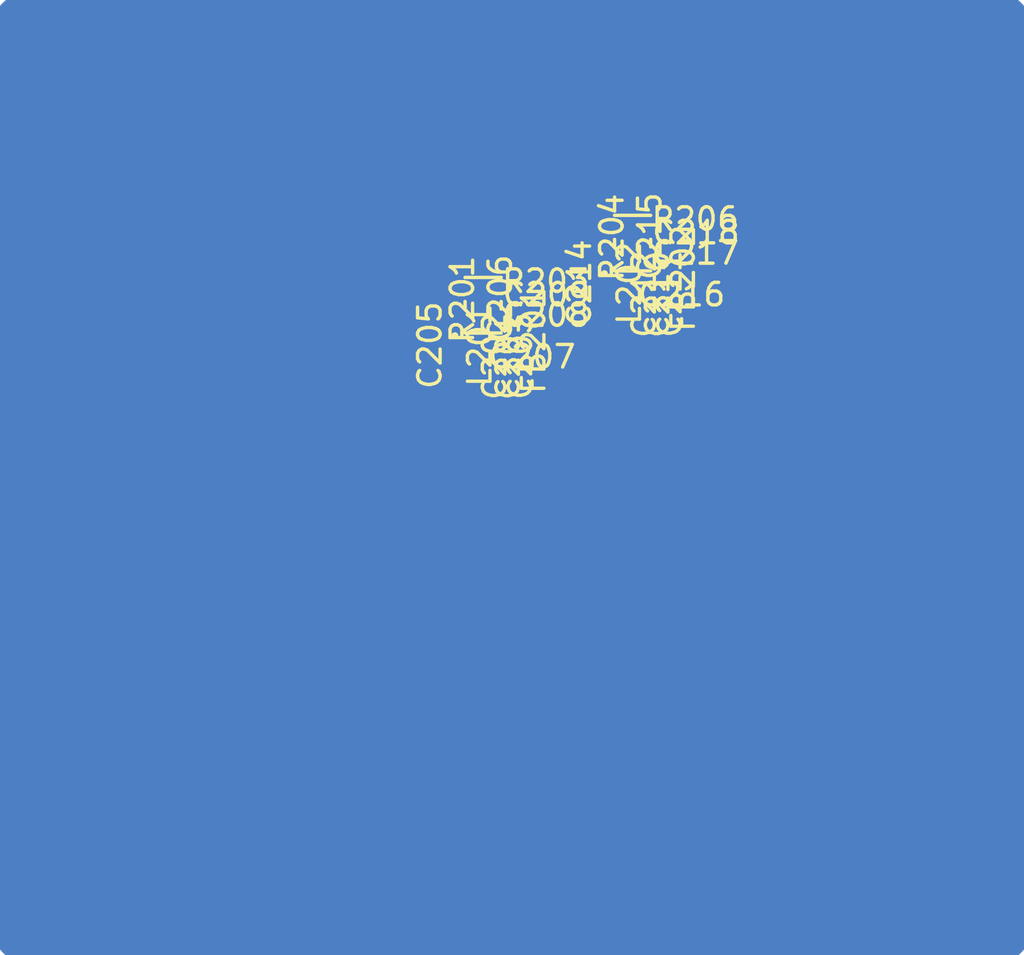
<source format=kicad_pcb>
(kicad_pcb (version 20241229) (generator "pcbnew") (generator_version "9.0")
  (layers (0 "F.Cu" signal) (4 "In1.Cu" signal) (6 "In2.Cu" signal) (2 "B.Cu" signal) (13 "F.Paste" user) (15 "B.Paste" user) (5 "F.SilkS" user "F.Silkscreen") (7 "B.SilkS" user "B.Silkscreen") (1 "F.Mask" user) (3 "B.Mask" user) (25 "Edge.Cuts" user))
  (net 0 "")
  (net 1 "GND")
  (net 2 "Ch_1_In")
  (net 3 "Ch_1_Out")
  (net 4 "Net-(U201-B)")
  (net 5 "Net-(U201-C)")
  (net 6 "/Amplifier/1_1V")
  (net 7 "/Amplifier/1_1V_filtered")
  (net 8 "/Amplifier2/1_1V_filtered")
  (net 9 "Ch_2_In")
  (net 10 "Net-(U202-B)")
  (net 11 "Net-(U202-C)")
  (net 12 "Ch_2_Out")
  (net 13 "/Amplifier2/1_1V")
  (footprint "Inductor_SMD:L_0402_1005Metric" (layer "F.Cu") (at 97.293 59.7326 90)
    (property "Reference" "L201" (at 0 -1.17 90) (layer "F.SilkS"))
    (property "Value" "560 nH")
    (pad "1" smd roundrect (at -0.485 0 90) (size 0.59 0.64) (layers "F.Cu" "F.Mask" "F.Paste") (net 7 "/Amplifier/1_1V_filtered"))
    (pad "2" smd roundrect (at 0.485 0 90) (size 0.59 0.64) (layers "F.Cu" "F.Mask" "F.Paste") (net 5 "Net-(U201-C)"))
  )
  (footprint "Resistor_SMD:R_0201_0603Metric" (layer "F.Cu") (at 99.053 57.9426)
    (property "Reference" "R203" (at 0 -1.05 0) (layer "F.SilkS"))
    (property "Value" "150")
    (pad "1" smd roundrect (at -0.32 0) (size 0.46 0.4) (layers "F.Cu" "F.Mask") (net 3 "Ch_1_Out"))
    (pad "2" smd roundrect (at 0.32 0) (size 0.46 0.4) (layers "F.Cu" "F.Mask") (net 6 "/Amplifier/1_1V"))
  )
  (footprint "Capacitor_SMD:C_0201_0603Metric" (layer "F.Cu") (at 94.303 59.0526 -90)
    (property "Reference" "C204" (hide yes))
    (property "Value" "10n" (hide yes))
    (pad "1" smd roundrect (at -0.32 0 270) (size 0.46 0.4) (layers "F.Cu" "F.Mask") (net 2 "Ch_1_In"))
    (pad "2" smd roundrect (at 0.32 0 270) (size 0.46 0.4) (layers "F.Cu" "F.Mask") (net 4 "Net-(U201-B)"))
  )
  (footprint "Capacitor_SMD:C_0201_0603Metric" (layer "F.Cu") (at 105.06 57.475 90)
    (property "Reference" "C210" (at 0 -1.05 90) (layer "F.SilkS"))
    (property "Value" "4.7n")
    (pad "1" smd roundrect (at -0.32 0 90) (size 0.46 0.4) (layers "F.Cu" "F.Mask") (net 1 "GND"))
    (pad "2" smd roundrect (at 0.32 0 90) (size 0.46 0.4) (layers "F.Cu" "F.Mask") (net 8 "/Amplifier2/1_1V_filtered"))
  )
  (footprint "Capacitor_SMD:C_0201_0603Metric" (layer "F.Cu") (at 98.083 57.6526 90)
    (property "Reference" "C206" (at 0 -1.05 90) (layer "F.SilkS"))
    (property "Value" "2.7p")
    (pad "1" smd roundrect (at -0.32 0 90) (size 0.46 0.4) (layers "F.Cu" "F.Mask") (net 5 "Net-(U201-C)"))
    (pad "2" smd roundrect (at 0.32 0 90) (size 0.46 0.4) (layers "F.Cu" "F.Mask") (net 1 "GND"))
  )
  (footprint "Capacitor_SMD:C_0201_0603Metric" (layer "F.Cu") (at 104.71 54.9 90)
    (property "Reference" "C215" (at 0 -1.05 90) (layer "F.SilkS"))
    (property "Value" "2.7p")
    (pad "1" smd roundrect (at -0.32 0 90) (size 0.46 0.4) (layers "F.Cu" "F.Mask") (net 11 "Net-(U202-C)"))
    (pad "2" smd roundrect (at 0.32 0 90) (size 0.46 0.4) (layers "F.Cu" "F.Mask") (net 1 "GND"))
  )
  (footprint "Capacitor_SMD:C_0201_0603Metric" (layer "F.Cu") (at 98.443 59.1926 180)
    (property "Reference" "C207" (at 0 -1.05 0) (layer "F.SilkS"))
    (property "Value" "10n")
    (pad "1" smd roundrect (at -0.32 0 180) (size 0.46 0.4) (layers "F.Cu" "F.Mask") (net 3 "Ch_1_Out"))
    (pad "2" smd roundrect (at 0.32 0 180) (size 0.46 0.4) (layers "F.Cu" "F.Mask") (net 5 "Net-(U201-C)"))
  )
  (footprint "Capacitor_SMD:C_0201_0603Metric" (layer "F.Cu") (at 99.053 57.3426 180)
    (property "Reference" "C208" (at 0 -1.05 180) (layer "F.SilkS"))
    (property "Value" "1p")
    (pad "1" smd roundrect (at -0.32 0 180) (size 0.46 0.4) (layers "F.Cu" "F.Mask") (net 6 "/Amplifier/1_1V"))
    (pad "2" smd roundrect (at 0.32 0 180) (size 0.46 0.4) (layers "F.Cu" "F.Mask") (net 1 "GND"))
  )
  (footprint "FARICH_Amplifier_Library:SOT343F_NXP" (layer "F.Cu") (at 102.901 55.207401)
    (property "Reference" "U202" (hide yes))
    (property "Value" "~" (hide yes))
    (fp_line (start -0.8001 -0.164859) (end -0.8001 0.164859) (stroke (width 0.1524)) (layer "F.SilkS"))
    (fp_line (start -0.8001 1.2319) (end 0.8001 1.2319) (stroke (width 0.1524)) (layer "F.SilkS"))
    (fp_line (start 0.8001 -1.2319) (end -0.8001 -1.2319) (stroke (width 0.1524)) (layer "F.SilkS"))
    (fp_line (start 0.8001 0.164859) (end 0.8001 -0.164859) (stroke (width 0.1524)) (layer "F.SilkS"))
    (fp_circle (center -1.25 1.35) (end -1.1738 1.35) (stroke (width 0.1524)) (fill no) (layer "F.SilkS"))
    (pad "1" smd rect (at -1.016 0.497599) (size 0.7874 0.6096) (layers "F.Cu" "F.Mask" "F.Paste") (net 1 "GND"))
    (pad "2" smd rect (at -1.016 -0.649999) (size 0.7874 0.3048) (layers "F.Cu" "F.Mask" "F.Paste") (net 10 "Net-(U202-B)"))
    (pad "3" smd rect (at 1.016 -0.649999) (size 0.7874 0.3048) (layers "F.Cu" "F.Mask" "F.Paste") (net 1 "GND"))
    (pad "4" smd rect (at 1.016 0.649999) (size 0.7874 0.3048) (layers "F.Cu" "F.Mask" "F.Paste") (net 11 "Net-(U202-C)"))
  )
  (footprint "Inductor_SMD:L_0402_1005Metric" (layer "F.Cu") (at 103.92 56.98 90)
    (property "Reference" "L202" (at 0 -1.17 90) (layer "F.SilkS"))
    (property "Value" "560 nH")
    (pad "1" smd roundrect (at -0.485 0 90) (size 0.59 0.64) (layers "F.Cu" "F.Mask" "F.Paste") (net 8 "/Amplifier2/1_1V_filtered"))
    (pad "2" smd roundrect (at 0.485 0 90) (size 0.59 0.64) (layers "F.Cu" "F.Mask" "F.Paste") (net 11 "Net-(U202-C)"))
  )
  (footprint "Resistor_SMD:R_0201_0603Metric" (layer "F.Cu") (at 94.303 57.7026 -90)
    (property "Reference" "R201" (at 0 -1.05 90) (layer "F.SilkS"))
    (property "Value" "150")
    (pad "1" smd roundrect (at -0.32 0 270) (size 0.46 0.4) (layers "F.Cu" "F.Mask") (net 1 "GND"))
    (pad "2" smd roundrect (at 0.32 0 270) (size 0.46 0.4) (layers "F.Cu" "F.Mask") (net 2 "Ch_1_In"))
  )
  (footprint "Capacitor_SMD:C_0201_0603Metric" (layer "F.Cu") (at 100.93 56.3 -90)
    (property "Reference" "C213" (hide yes))
    (property "Value" "10n" (hide yes))
    (pad "1" smd roundrect (at -0.32 0 270) (size 0.46 0.4) (layers "F.Cu" "F.Mask") (net 9 "Ch_2_In"))
    (pad "2" smd roundrect (at 0.32 0 270) (size 0.46 0.4) (layers "F.Cu" "F.Mask") (net 10 "Net-(U202-B)"))
  )
  (footprint "Capacitor_SMD:C_0201_0603Metric" (layer "F.Cu") (at 104.46 57.47 90)
    (property "Reference" "C212" (at 0 -1.05 90) (layer "F.SilkS"))
    (property "Value" "4.7n")
    (pad "1" smd roundrect (at -0.32 0 90) (size 0.46 0.4) (layers "F.Cu" "F.Mask") (net 1 "GND"))
    (pad "2" smd roundrect (at 0.32 0 90) (size 0.46 0.4) (layers "F.Cu" "F.Mask") (net 8 "/Amplifier2/1_1V_filtered"))
  )
  (footprint "FARICH_Amplifier_Library:SOT343F_NXP" (layer "F.Cu") (at 96.274 57.960001)
    (property "Reference" "U201" (hide yes))
    (property "Value" "~" (hide yes))
    (fp_line (start -0.8001 -0.164859) (end -0.8001 0.164859) (stroke (width 0.1524)) (layer "F.SilkS"))
    (fp_line (start -0.8001 1.2319) (end 0.8001 1.2319) (stroke (width 0.1524)) (layer "F.SilkS"))
    (fp_line (start 0.8001 -1.2319) (end -0.8001 -1.2319) (stroke (width 0.1524)) (layer "F.SilkS"))
    (fp_line (start 0.8001 0.164859) (end 0.8001 -0.164859) (stroke (width 0.1524)) (layer "F.SilkS"))
    (fp_circle (center -1.25 1.35) (end -1.1738 1.35) (stroke (width 0.1524)) (fill no) (layer "F.SilkS"))
    (pad "1" smd rect (at -1.016 0.497599) (size 0.7874 0.6096) (layers "F.Cu" "F.Mask" "F.Paste") (net 1 "GND"))
    (pad "2" smd rect (at -1.016 -0.649999) (size 0.7874 0.3048) (layers "F.Cu" "F.Mask" "F.Paste") (net 4 "Net-(U201-B)"))
    (pad "3" smd rect (at 1.016 -0.649999) (size 0.7874 0.3048) (layers "F.Cu" "F.Mask" "F.Paste") (net 1 "GND"))
    (pad "4" smd rect (at 1.016 0.649999) (size 0.7874 0.3048) (layers "F.Cu" "F.Mask" "F.Paste") (net 5 "Net-(U201-C)"))
  )
  (footprint "Resistor_SMD:R_0201_0603Metric" (layer "F.Cu") (at 100.93 54.95 -90)
    (property "Reference" "R204" (at 0 -1.05 90) (layer "F.SilkS"))
    (property "Value" "150")
    (pad "1" smd roundrect (at -0.32 0 270) (size 0.46 0.4) (layers "F.Cu" "F.Mask") (net 1 "GND"))
    (pad "2" smd roundrect (at 0.32 0 270) (size 0.46 0.4) (layers "F.Cu" "F.Mask") (net 9 "Ch_2_In"))
  )
  (footprint "Capacitor_SMD:C_0201_0603Metric" (layer "F.Cu") (at 105.71 55.79)
    (property "Reference" "C218" (at 0 -1.05 0) (layer "F.SilkS"))
    (property "Value" "1p")
    (pad "1" smd roundrect (at -0.32 0) (size 0.46 0.4) (layers "F.Cu" "F.Mask") (net 12 "Ch_2_Out"))
    (pad "2" smd roundrect (at 0.32 0) (size 0.46 0.4) (layers "F.Cu" "F.Mask") (net 13 "/Amplifier2/1_1V"))
  )
  (footprint "Capacitor_SMD:C_0201_0603Metric" (layer "F.Cu") (at 105.6 57.46 90)
    (property "Reference" "C211" (at 0 -1.05 90) (layer "F.SilkS"))
    (property "Value" "100n")
    (pad "1" smd roundrect (at -0.32 0 90) (size 0.46 0.4) (layers "F.Cu" "F.Mask") (net 1 "GND"))
    (pad "2" smd roundrect (at 0.32 0 90) (size 0.46 0.4) (layers "F.Cu" "F.Mask") (net 8 "/Amplifier2/1_1V_filtered"))
  )
  (footprint "Resistor_SMD:R_0201_0603Metric" (layer "F.Cu") (at 105.68 55.19)
    (property "Reference" "R206" (at 0 -1.05 0) (layer "F.SilkS"))
    (property "Value" "150")
    (pad "1" smd roundrect (at -0.32 0) (size 0.46 0.4) (layers "F.Cu" "F.Mask") (net 12 "Ch_2_Out"))
    (pad "2" smd roundrect (at 0.32 0) (size 0.46 0.4) (layers "F.Cu" "F.Mask") (net 13 "/Amplifier2/1_1V"))
  )
  (footprint "Capacitor_SMD:C_0201_0603Metric" (layer "F.Cu") (at 105.68 54.59 180)
    (property "Reference" "C217" (at 0 -1.05 180) (layer "F.SilkS"))
    (property "Value" "1p")
    (pad "1" smd roundrect (at -0.32 0 180) (size 0.46 0.4) (layers "F.Cu" "F.Mask") (net 13 "/Amplifier2/1_1V"))
    (pad "2" smd roundrect (at 0.32 0 180) (size 0.46 0.4) (layers "F.Cu" "F.Mask") (net 1 "GND"))
  )
  (footprint "Capacitor_SMD:C_0201_0603Metric" (layer "F.Cu") (at 97.833 60.2226 90)
    (property "Reference" "C202" (at 0 -1.05 90) (layer "F.SilkS"))
    (property "Value" "100n")
    (pad "1" smd roundrect (at -0.32 0 90) (size 0.46 0.4) (layers "F.Cu" "F.Mask") (net 1 "GND"))
    (pad "2" smd roundrect (at 0.32 0 90) (size 0.46 0.4) (layers "F.Cu" "F.Mask") (net 7 "/Amplifier/1_1V_filtered"))
  )
  (footprint "Capacitor_SMD:C_0201_0603Metric" (layer "F.Cu") (at 101.59 56.98 90)
    (property "Reference" "C214" (at 0 -1.05 90) (layer "F.SilkS"))
    (property "Value" "1p")
    (pad "1" smd roundrect (at -0.32 0 90) (size 0.46 0.4) (layers "F.Cu" "F.Mask") (net 1 "GND"))
    (pad "2" smd roundrect (at 0.32 0 90) (size 0.46 0.4) (layers "F.Cu" "F.Mask") (net 10 "Net-(U202-B)"))
  )
  (footprint "Capacitor_SMD:C_0201_0603Metric" (layer "F.Cu") (at 98.433 60.2276 90)
    (property "Reference" "C201" (at 0 -1.05 90) (layer "F.SilkS"))
    (property "Value" "4.7n")
    (pad "1" smd roundrect (at -0.32 0 90) (size 0.46 0.4) (layers "F.Cu" "F.Mask") (net 1 "GND"))
    (pad "2" smd roundrect (at 0.32 0 90) (size 0.46 0.4) (layers "F.Cu" "F.Mask") (net 7 "/Amplifier/1_1V_filtered"))
  )
  (footprint "Capacitor_SMD:C_0201_0603Metric" (layer "F.Cu") (at 105.07 56.44 180)
    (property "Reference" "C216" (at 0 -1.05 0) (layer "F.SilkS"))
    (property "Value" "10n")
    (pad "1" smd roundrect (at -0.32 0 180) (size 0.46 0.4) (layers "F.Cu" "F.Mask") (net 12 "Ch_2_Out"))
    (pad "2" smd roundrect (at 0.32 0 180) (size 0.46 0.4) (layers "F.Cu" "F.Mask") (net 11 "Net-(U202-C)"))
  )
  (footprint "Capacitor_SMD:C_0201_0603Metric" (layer "F.Cu") (at 94.963 59.7326 90)
    (property "Reference" "C205" (at 0 -1.05 90) (layer "F.SilkS"))
    (property "Value" "1p")
    (pad "1" smd roundrect (at -0.32 0 90) (size 0.46 0.4) (layers "F.Cu" "F.Mask") (net 1 "GND"))
    (pad "2" smd roundrect (at 0.32 0 90) (size 0.46 0.4) (layers "F.Cu" "F.Mask") (net 4 "Net-(U201-B)"))
  )
  (footprint "Capacitor_SMD:C_0201_0603Metric" (layer "F.Cu") (at 99.083 58.5426)
    (property "Reference" "C209" (at 0 -1.05 0) (layer "F.SilkS"))
    (property "Value" "1p")
    (pad "1" smd roundrect (at -0.32 0) (size 0.46 0.4) (layers "F.Cu" "F.Mask") (net 3 "Ch_1_Out"))
    (pad "2" smd roundrect (at 0.32 0) (size 0.46 0.4) (layers "F.Cu" "F.Mask") (net 6 "/Amplifier/1_1V"))
  )
  (footprint "Inductor_SMD:L_0201_0603Metric" (layer "F.Cu") (at 106.19 56.77 90)
    (property "Reference" "FB202" (at 0 -1.05 90) (layer "F.SilkS"))
    (property "Value" "FerriteBead_Small")
    (pad "1" smd roundrect (at -0.32 0 90) (size 0.46 0.4) (layers "F.Cu" "F.Mask") (net 8 "/Amplifier2/1_1V_filtered"))
    (pad "2" smd roundrect (at 0.32 0 90) (size 0.46 0.4) (layers "F.Cu" "F.Mask") (net 13 "/Amplifier2/1_1V"))
  )
  (footprint "Capacitor_SMD:C_0201_0603Metric" (layer "F.Cu") (at 98.973 60.2126 90)
    (property "Reference" "C203" (at 0 -1.05 90) (layer "F.SilkS"))
    (property "Value" "4.7n")
    (pad "1" smd roundrect (at -0.32 0 90) (size 0.46 0.4) (layers "F.Cu" "F.Mask") (net 1 "GND"))
    (pad "2" smd roundrect (at 0.32 0 90) (size 0.46 0.4) (layers "F.Cu" "F.Mask") (net 7 "/Amplifier/1_1V_filtered"))
  )
  (footprint "Resistor_SMD:R_0201_0603Metric" (layer "F.Cu") (at 102.8 56.48)
    (property "Reference" "R205" (hide yes))
    (property "Value" "8.2k" (hide yes))
    (pad "1" smd roundrect (at -0.32 0) (size 0.46 0.4) (layers "F.Cu" "F.Mask") (net 10 "Net-(U202-B)"))
    (pad "2" smd roundrect (at 0.32 0) (size 0.46 0.4) (layers "F.Cu" "F.Mask") (net 8 "/Amplifier2/1_1V_filtered"))
  )
  (footprint "Inductor_SMD:L_0201_0603Metric" (layer "F.Cu") (at 99.563 59.5226 90)
    (property "Reference" "FB201" (at 0 -1.05 90) (layer "F.SilkS"))
    (property "Value" "FerriteBead_Small")
    (pad "1" smd roundrect (at -0.32 0 90) (size 0.46 0.4) (layers "F.Cu" "F.Mask") (net 7 "/Amplifier/1_1V_filtered"))
    (pad "2" smd roundrect (at 0.32 0 90) (size 0.46 0.4) (layers "F.Cu" "F.Mask") (net 6 "/Amplifier/1_1V"))
  )
  (footprint "Resistor_SMD:R_0201_0603Metric" (layer "F.Cu") (at 96.173 59.2326)
    (property "Reference" "R202" (hide yes))
    (property "Value" "8.2k" (hide yes))
    (pad "1" smd roundrect (at -0.32 0) (size 0.46 0.4) (layers "F.Cu" "F.Mask") (net 4 "Net-(U201-B)"))
    (pad "2" smd roundrect (at 0.32 0) (size 0.46 0.4) (layers "F.Cu" "F.Mask") (net 7 "/Amplifier/1_1V_filtered"))
  )
  (gr_rect (start 100.4 53.551499) (end 106.74 58.35) (stroke (width 0.2)) (fill no) (layer "F.Cu"))
  (segment (start 94.303 58.0226) (end 94.303 58.7326) (width 0.1) (layer "F.Cu") (net 2))
  (segment (start 98.763 59.1926) (end 98.763 57.9726) (width 0.2) (layer "F.Cu") (net 3))
  (segment (start 98.763 57.9726) (end 98.733 57.9426) (width 0.2) (layer "F.Cu") (net 3))
  (segment (start 98.773 59.2026) (end 98.763 59.1926) (width 0.2) (layer "F.Cu") (net 3))
  (segment (start 96.303 57.7926) (end 95.820402 57.310002) (width 0.1) (layer "F.Cu") (net 4))
  (segment (start 95.673 59.4126) (end 95.853 59.2326) (width 0.1) (layer "F.Cu") (net 4))
  (segment (start 95.853 58.9126) (end 96.303 58.4626) (width 0.1) (layer "F.Cu") (net 4))
  (segment (start 95.113 59.4126) (end 95.673 59.4126) (width 0.1) (layer "F.Cu") (net 4))
  (segment (start 95.820402 57.310002) (end 95.258 57.310002) (width 0.1) (layer "F.Cu") (net 4))
  (segment (start 96.303 58.4626) (end 96.303 57.7926) (width 0.1) (layer "F.Cu") (net 4))
  (segment (start 95.853 59.2326) (end 95.853 58.9126) (width 0.1) (layer "F.Cu") (net 4))
  (segment (start 97.4456 58.61) (end 98.083 57.9726) (width 0.1) (layer "F.Cu") (net 5))
  (segment (start 97.348 59.1926) (end 97.293 59.2476) (width 0.1) (layer "F.Cu") (net 5))
  (segment (start 97.293 58.613) (end 97.29 58.61) (width 0.1) (layer "F.Cu") (net 5))
  (segment (start 98.123 59.1926) (end 97.348 59.1926) (width 0.1) (layer "F.Cu") (net 5))
  (segment (start 97.293 59.2476) (end 97.293 58.613) (width 0.1) (layer "F.Cu") (net 5))
  (segment (start 97.29 58.61) (end 97.29 58.7196) (width 0.1) (layer "F.Cu") (net 5))
  (segment (start 97.29 58.61) (end 97.4456 58.61) (width 0.1) (layer "F.Cu") (net 5))
  (segment (start 97.29 58.7196) (end 97.303 58.7326) (width 0.1) (layer "F.Cu") (net 5))
  (segment (start 99.563 58.7026) (end 99.403 58.5426) (width 0.1) (layer "F.Cu") (net 6))
  (segment (start 99.403 58.5426) (end 99.403 57.3726) (width 0.1) (layer "F.Cu") (net 6))
  (segment (start 99.403 57.3726) (end 99.373 57.3426) (width 0.1) (layer "F.Cu") (net 6))
  (segment (start 99.563 59.2026) (end 99.563 58.7026) (width 0.1) (layer "F.Cu") (net 6))
  (segment (start 97.833 59.9026) (end 99.503 59.9026) (width 0.1) (layer "F.Cu") (net 7))
  (segment (start 99.503 59.9026) (end 99.563 59.8426) (width 0.1) (layer "F.Cu") (net 7))
  (segment (start 97.293 60.2176) (end 97.608 59.9026) (width 0.1) (layer "F.Cu") (net 7))
  (segment (start 96.393 59.3176) (end 97.293 60.2176) (width 0.1) (layer "F.Cu") (net 7))
  (segment (start 96.393 59.2326) (end 96.393 59.3176) (width 0.1) (layer "F.Cu") (net 7))
  (segment (start 97.608 59.9026) (end 97.833 59.9026) (width 0.1) (layer "F.Cu") (net 7))
  (segment (start 104.46 57.15) (end 106.13 57.15) (width 0.1) (layer "F.Cu") (net 8))
  (segment (start 106.13 57.15) (end 106.19 57.09) (width 0.1) (layer "F.Cu") (net 8))
  (segment (start 103.92 57.465) (end 104.235 57.15) (width 0.1) (layer "F.Cu") (net 8))
  (segment (start 103.02 56.565) (end 103.92 57.465) (width 0.1) (layer "F.Cu") (net 8))
  (segment (start 103.02 56.48) (end 103.02 56.565) (width 0.1) (layer "F.Cu") (net 8))
  (segment (start 104.235 57.15) (end 104.46 57.15) (width 0.1) (layer "F.Cu") (net 8))
  (segment (start 100.93 55.27) (end 100.93 55.98) (width 0.1) (layer "F.Cu") (net 9))
  (segment (start 102.93 55.04) (end 102.447402 54.557402) (width 0.1) (layer "F.Cu") (net 10))
  (segment (start 102.3 56.66) (end 102.48 56.48) (width 0.1) (layer "F.Cu") (net 10))
  (segment (start 102.48 56.16) (end 102.93 55.71) (width 0.1) (layer "F.Cu") (net 10))
  (segment (start 101.74 56.66) (end 102.3 56.66) (width 0.1) (layer "F.Cu") (net 10))
  (segment (start 102.447402 54.557402) (end 101.885 54.557402) (width 0.1) (layer "F.Cu") (net 10))
  (segment (start 102.93 55.71) (end 102.93 55.04) (width 0.1) (layer "F.Cu") (net 10))
  (segment (start 102.48 56.48) (end 102.48 56.16) (width 0.1) (layer "F.Cu") (net 10))
  (segment (start 104.0726 55.8574) (end 104.71 55.22) (width 0.1) (layer "F.Cu") (net 11))
  (segment (start 103.975 56.44) (end 103.92 56.495) (width 0.1) (layer "F.Cu") (net 11))
  (segment (start 103.92 55.8604) (end 103.917 55.8574) (width 0.1) (layer "F.Cu") (net 11))
  (segment (start 104.75 56.44) (end 103.975 56.44) (width 0.1) (layer "F.Cu") (net 11))
  (segment (start 103.92 56.495) (end 103.92 55.8604) (width 0.1) (layer "F.Cu") (net 11))
  (segment (start 103.917 55.8574) (end 103.917 55.967) (width 0.1) (layer "F.Cu") (net 11))
  (segment (start 103.917 55.8574) (end 104.0726 55.8574) (width 0.1) (layer "F.Cu") (net 11))
  (segment (start 103.917 55.967) (end 103.93 55.98) (width 0.1) (layer "F.Cu") (net 11))
  (segment (start 105.39 56.44) (end 105.39 55.22) (width 0.2) (layer "F.Cu") (net 12))
  (segment (start 105.39 55.22) (end 105.36 55.19) (width 0.2) (layer "F.Cu") (net 12))
  (segment (start 105.4 56.45) (end 105.39 56.44) (width 0.2) (layer "F.Cu") (net 12))
  (segment (start 106.19 55.95) (end 106.03 55.79) (width 0.1) (layer "F.Cu") (net 13))
  (segment (start 106.03 55.79) (end 106.03 54.62) (width 0.1) (layer "F.Cu") (net 13))
  (segment (start 106.03 54.62) (end 106 54.59) (width 0.1) (layer "F.Cu") (net 13))
  (segment (start 106.19 56.45) (end 106.19 55.95) (width 0.1) (layer "F.Cu") (net 13))
  (zone (net 1) (net_name "GND") (layers "B.Cu" "In1.Cu" "In2.Cu") (connect_pads yes (clearance 0.15)) (min_thickness 0.15) (fill yes (thermal_gap 0.5) (thermal_bridge_width 0.5) (smoothing chamfer) (radius 0.25))
    (polygon (pts (xy 74.86 44.43) (xy 120.25 44.43) (xy 120.25 86.78) (xy 74.86 86.78)))
  )
)
</source>
